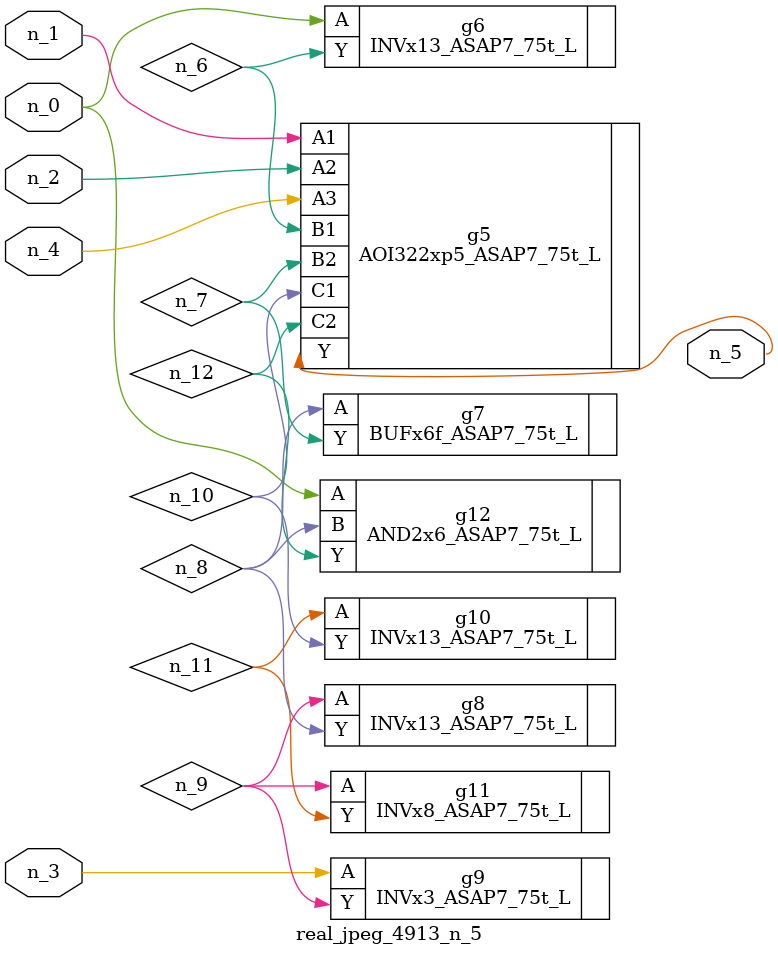
<source format=v>
module real_jpeg_4913_n_5 (n_4, n_0, n_1, n_2, n_3, n_5);

input n_4;
input n_0;
input n_1;
input n_2;
input n_3;

output n_5;

wire n_12;
wire n_8;
wire n_11;
wire n_6;
wire n_7;
wire n_10;
wire n_9;

INVx13_ASAP7_75t_L g6 ( 
.A(n_0),
.Y(n_6)
);

AND2x6_ASAP7_75t_L g12 ( 
.A(n_0),
.B(n_8),
.Y(n_12)
);

AOI322xp5_ASAP7_75t_L g5 ( 
.A1(n_1),
.A2(n_2),
.A3(n_4),
.B1(n_6),
.B2(n_7),
.C1(n_10),
.C2(n_12),
.Y(n_5)
);

INVx3_ASAP7_75t_L g9 ( 
.A(n_3),
.Y(n_9)
);

BUFx6f_ASAP7_75t_L g7 ( 
.A(n_8),
.Y(n_7)
);

INVx13_ASAP7_75t_L g8 ( 
.A(n_9),
.Y(n_8)
);

INVx8_ASAP7_75t_L g11 ( 
.A(n_9),
.Y(n_11)
);

INVx13_ASAP7_75t_L g10 ( 
.A(n_11),
.Y(n_10)
);


endmodule
</source>
